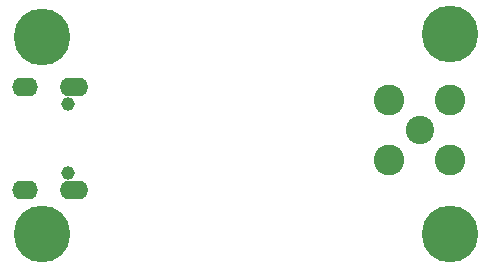
<source format=gbr>
%TF.GenerationSoftware,KiCad,Pcbnew,6.0.4-6f826c9f35~116~ubuntu20.04.1*%
%TF.CreationDate,2022-04-28T13:00:12+07:00*%
%TF.ProjectId,W2AEWPulseGenerator,57324145-5750-4756-9c73-6547656e6572,rev?*%
%TF.SameCoordinates,Original*%
%TF.FileFunction,Soldermask,Bot*%
%TF.FilePolarity,Negative*%
%FSLAX46Y46*%
G04 Gerber Fmt 4.6, Leading zero omitted, Abs format (unit mm)*
G04 Created by KiCad (PCBNEW 6.0.4-6f826c9f35~116~ubuntu20.04.1) date 2022-04-28 13:00:12*
%MOMM*%
%LPD*%
G01*
G04 APERTURE LIST*
%ADD10C,1.100000*%
%ADD11C,4.800000*%
%ADD12C,2.401600*%
%ADD13C,2.601600*%
%ADD14C,1.150000*%
%ADD15O,2.400000X1.600000*%
%ADD16O,2.200000X1.600000*%
G04 APERTURE END LIST*
D10*
%TO.C,H3*%
X136460000Y-82090000D03*
X135293274Y-82573274D03*
X134810000Y-83740000D03*
D11*
X136460000Y-83740000D03*
D10*
X137626726Y-82573274D03*
X136460000Y-85390000D03*
X135293274Y-84906726D03*
X138110000Y-83740000D03*
X137626726Y-84906726D03*
%TD*%
%TO.C,H4*%
X100823274Y-82573274D03*
X100823274Y-84906726D03*
X101990000Y-82090000D03*
X103156726Y-84906726D03*
X101990000Y-85390000D03*
X103640000Y-83740000D03*
X100340000Y-83740000D03*
D11*
X101990000Y-83740000D03*
D10*
X103156726Y-82573274D03*
%TD*%
D12*
%TO.C,X1*%
X133921150Y-74904600D03*
D13*
X131371250Y-72354700D03*
X136471050Y-72354700D03*
X136471050Y-77454500D03*
X131371250Y-77454500D03*
%TD*%
D14*
%TO.C,USBC1*%
X104184600Y-72737900D03*
X104184600Y-78537900D03*
D15*
X104684600Y-71307900D03*
D16*
X100484600Y-79967900D03*
D15*
X104684600Y-79967900D03*
D16*
X100484600Y-71307900D03*
%TD*%
D10*
%TO.C,H2*%
X103630000Y-67020000D03*
X101980000Y-68670000D03*
X100813274Y-68186726D03*
X100330000Y-67020000D03*
X101980000Y-65370000D03*
X103146726Y-68186726D03*
X103146726Y-65853274D03*
D11*
X101980000Y-67020000D03*
D10*
X100813274Y-65853274D03*
%TD*%
D11*
%TO.C,H1*%
X136520000Y-66820000D03*
D10*
X136520000Y-68470000D03*
X138170000Y-66820000D03*
X134870000Y-66820000D03*
X137686726Y-65653274D03*
X135353274Y-67986726D03*
X137686726Y-67986726D03*
X135353274Y-65653274D03*
X136520000Y-65170000D03*
%TD*%
M02*

</source>
